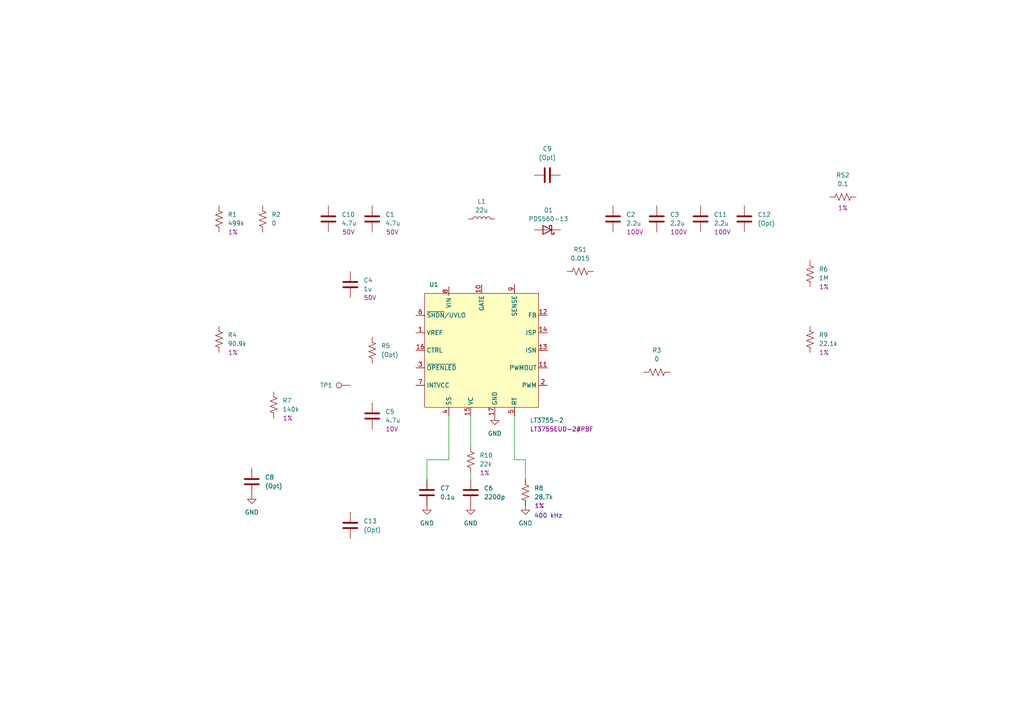
<source format=kicad_sch>
(kicad_sch (version 20230121) (generator eeschema)
  (paper "A4")
  (title_block (title "LED Driver") (date "2023-10-01") (rev "A"))
  (lib_symbols
    (symbol "Connector:TestPoint" (pin_numbers hide) (pin_names (offset 0.762) hide)
      (property "Reference" "TP" (at 0 6.858 0))
      (property "Value" "TestPoint" (at 0 5.08 0))
      (symbol "TestPoint_0_1"
        (circle (center 0 3.302) (radius 0.762))
      )
      (symbol "TestPoint_1_1"
        (pin passive line (at 0 0 90) (length 2.54) (name "1") (number "1"))
      )
    )
    (symbol "Device:C" (pin_numbers hide) (pin_names (offset 0.254))
      (property "Reference" "C" (at 0.635 2.54 0))
      (property "Value" "C" (at 0.635 -2.54 0))
      (symbol "C_0_1"
        (polyline (pts (xy -2.032 -0.762) (xy 2.032 -0.762)) (stroke (width 0.508)))
        (polyline (pts (xy -2.032 0.762) (xy 2.032 0.762)) (stroke (width 0.508)))
      )
      (symbol "C_1_1"
        (pin passive line (at 0 3.81 270) (length 2.794) (name "~") (number "1"))
        (pin passive line (at 0 -3.81 90) (length 2.794) (name "~") (number "2"))
      )
    )
    (symbol "Device:D_Schottky" (pin_numbers hide) (pin_names (offset 1.016) hide)
      (property "Reference" "D" (at 0 2.54 0))
      (property "Value" "D_Schottky" (at 0 -2.54 0))
      (symbol "D_Schottky_0_1"
        (polyline (pts (xy 1.27 0) (xy -1.27 0)))
        (polyline (pts (xy 1.27 1.27) (xy 1.27 -1.27) (xy -1.27 0) (xy 1.27 1.27)) (stroke (width 0.254)))
        (polyline (pts (xy -1.905 0.635) (xy -1.905 1.27) (xy -1.27 1.27) (xy -1.27 -1.27) (xy -0.635 -1.27) (xy -0.635 -0.635)) (stroke (width 0.254)))
      )
      (symbol "D_Schottky_1_1"
        (pin passive line (at -3.81 0 0) (length 2.54) (name "K") (number "1"))
        (pin passive line (at 3.81 0 180) (length 2.54) (name "A") (number "2"))
      )
    )
    (symbol "Device:L" (pin_numbers hide) (pin_names (offset 1.016) hide)
      (property "Reference" "L" (at -1.27 0 90))
      (property "Value" "L" (at 1.905 0 90))
      (symbol "L_0_1"
        (arc (start 0 -2.54) (mid 0.6323 -1.905) (end 0 -1.27))
        (arc (start 0 -1.27) (mid 0.6323 -0.635) (end 0 0))
        (arc (start 0 0) (mid 0.6323 0.635) (end 0 1.27))
        (arc (start 0 1.27) (mid 0.6323 1.905) (end 0 2.54))
      )
      (symbol "L_1_1"
        (pin passive line (at 0 3.81 270) (length 1.27) (name "1") (number "1"))
        (pin passive line (at 0 -3.81 90) (length 1.27) (name "2") (number "2"))
      )
    )
    (symbol "Device:R_US" (pin_numbers hide) (pin_names (offset 0))
      (property "Reference" "R" (at 2.54 0 90))
      (property "Value" "R_US" (at -2.54 0 90))
      (symbol "R_US_0_1"
        (polyline (pts (xy 0 -2.286) (xy 0 -2.54)))
        (polyline (pts (xy 0 2.286) (xy 0 2.54)))
        (polyline (pts (xy 0 -0.762) (xy 1.016 -1.143) (xy 0 -1.524) (xy -1.016 -1.905) (xy 0 -2.286)))
        (polyline (pts (xy 0 0.762) (xy 1.016 0.381) (xy 0 0) (xy -1.016 -0.381) (xy 0 -0.762)))
        (polyline (pts (xy 0 2.286) (xy 1.016 1.905) (xy 0 1.524) (xy -1.016 1.143) (xy 0 0.762)))
      )
      (symbol "R_US_1_1"
        (pin passive line (at 0 3.81 270) (length 1.27) (name "~") (number "1"))
        (pin passive line (at 0 -3.81 90) (length 1.27) (name "~") (number "2"))
      )
    )
    (symbol "power:GND" (power) (pin_names (offset 0))
      (property "Value" "GND" (at 0 -3.81 0))
      (symbol "GND_0_1"
        (polyline (pts (xy 0 0) (xy 0 -1.27) (xy 1.27 -1.27) (xy 0 -2.54) (xy -1.27 -1.27) (xy 0 -1.27)))
      )
      (symbol "GND_1_1"
        (pin power_in line (at 0 0 270) (length 0) hide (name "GND") (number "1"))
      )
    )
    (symbol "rlir_therapy:LT3755-2"
      (property "Reference" "U" (at -15.24 19.05 0))
      (property "Value" "LT3755-2" (at 19.05 -20.32 0))
      (symbol "LT3755-2_0_0"
        (pin output line (at -19.05 5.08 0) (length 2.54) (name "VREF") (number "1"))
        (pin output line (at 0 19.05 270) (length 2.54) (name "GATE") (number "10"))
        (pin output line (at 19.05 -5.08 180) (length 2.54) (name "PWMOUT") (number "11"))
        (pin input line (at 19.05 10.16 180) (length 2.54) (name "FB") (number "12"))
        (pin input line (at 19.05 0 180) (length 2.54) (name "ISN") (number "13"))
        (pin input line (at 19.05 5.08 180) (length 2.54) (name "ISP") (number "14"))
        (pin output line (at -3.175 -19.05 90) (length 2.54) (name "VC") (number "15"))
        (pin input line (at -19.05 0 0) (length 2.54) (name "CTRL") (number "16"))
        (pin passive line (at 3.81 -19.05 90) (length 2.54) (name "GND") (number "17"))
        (pin input line (at 19.05 -10.16 180) (length 2.54) (name "PWM") (number "2"))
        (pin input line (at -9.525 -19.05 90) (length 2.54) (name "SS") (number "4"))
        (pin passive line (at 9.525 -19.05 90) (length 2.54) (name "RT") (number "5"))
        (pin input line (at -19.05 10.16 0) (length 2.54) (name "~{SHDN}/UVLO") (number "6"))
        (pin passive line (at -19.05 -10.16 0) (length 2.54) (name "INTVCC") (number "7"))
        (pin power_in line (at -9.525 18.415 270) (length 2.54) (name "VIN") (number "8"))
        (pin input line (at 9.525 19.05 270) (length 2.54) (name "SENSE") (number "9"))
      )
      (symbol "LT3755-2_1_0"
        (pin input line (at -19.05 -5.08 0) (length 2.54) (name "~{OPENLED}") (number "3"))
      )
      (symbol "LT3755-2_1_1"
        (rectangle (start -16.51 16.51) (end 16.51 -16.51) (fill (type background)))
      )
    )
  )
  (wire (pts (xy 149.225 120.65) (xy 149.225 133.35)))
  (wire (pts (xy 123.825 133.35) (xy 123.825 139.065)))
  (wire (pts (xy 136.525 137.16) (xy 136.525 139.065)))
  (wire (pts (xy 152.4 133.35) (xy 152.4 139.065)))
  (wire (pts (xy 130.175 133.35) (xy 123.825 133.35)))
  (wire (pts (xy 130.175 120.65) (xy 130.175 133.35)))
  (wire (pts (xy 136.525 120.65) (xy 136.525 129.54)))
  (wire (pts (xy 149.225 133.35) (xy 152.4 133.35)))
  (text "400 kHz" (at 154.94 150.495 0) (effects (font (size 1.27 1.27)) (justify left bottom)))
  (symbol (lib_id "rlir_therapy:LT3755-2") (at 139.7 101.6 0) (unit 1)
    (property "Reference" "U1" (at 124.46 82.55 0) (effects (justify left)))
    (property "Value" "LT3755-2" (at 153.67 121.92 0) (effects (justify left)))
    (property "Footprint" "rlir_therapy:QFN-16_UD_3mmx3mm" (effects hide))
    (property "Datasheet" "https://www.analog.com/media/en/technical-documentation/data-sheets/LT3755-3755-1-3755-2.pdf" (effects hide))
    (property "manf#" "LT3755EUD-2#PBF" (at 162.941 124.46 0))
  )
  (symbol (lib_id "Device:C") (at 73.025 139.7 0) (unit 1)
    (property "Reference" "C8" (at 76.835 138.43 0) (effects (justify left)))
    (property "Value" "(Opt)" (at 76.835 140.97 0) (effects (justify left)))
  )
  (symbol (lib_id "power:GND") (at 143.51 120.65 0) (unit 1)
    (property "Reference" "#PWR04" (effects hide))
    (property "Value" "GND" (at 143.51 125.73 0))
  )
  (symbol (lib_id "Device:R_US") (at 152.4 142.875 0) (unit 1)
    (property "Reference" "R8" (at 154.94 141.605 0) (effects (justify left)))
    (property "Value" "28.7k" (at 154.94 144.145 0) (effects (justify left)))
    (property "Tolerance" "1%" (at 156.464 146.685 0))
  )
  (symbol (lib_id "power:GND") (at 152.4 146.685 0) (unit 1)
    (property "Reference" "#PWR05" (effects hide))
    (property "Value" "GND" (at 152.4 151.765 0))
  )
  (symbol (lib_id "Device:C") (at 107.95 120.65 0) (unit 1)
    (property "Reference" "C5" (at 111.76 119.38 0) (effects (justify left)))
    (property "Value" "4.7u" (at 111.76 121.92 0) (effects (justify left)))
    (property "Voltage" "10V" (at 113.665 124.46 0))
  )
  (symbol (lib_id "Device:R_US") (at 234.95 79.375 0) (unit 1)
    (property "Reference" "R6" (at 237.49 78.105 0) (effects (justify left)))
    (property "Value" "1M" (at 237.49 80.645 0) (effects (justify left)))
    (property "Tolerance" "1%" (at 239.014 83.185 0))
  )
  (symbol (lib_id "Device:C") (at 101.6 82.55 0) (unit 1)
    (property "Reference" "C4" (at 105.41 81.28 0) (effects (justify left)))
    (property "Value" "1u" (at 105.41 83.82 0) (effects (justify left)))
    (property "Voltage" "50V" (at 107.315 86.36 0))
  )
  (symbol (lib_id "Device:R_US") (at 190.5 107.95 90) (unit 1)
    (property "Reference" "R3" (at 190.5 101.6 90))
    (property "Value" "0" (at 190.5 104.14 90))
  )
  (symbol (lib_id "Device:C") (at 190.5 63.5 0) (unit 1)
    (property "Reference" "C3" (at 194.31 62.23 0) (effects (justify left)))
    (property "Value" "2.2u" (at 194.31 64.77 0) (effects (justify left)))
    (property "Voltage" "100V" (at 196.85 67.31 0))
  )
  (symbol (lib_id "power:GND") (at 73.025 143.51 0) (unit 1)
    (property "Reference" "#PWR03" (effects hide))
    (property "Value" "GND" (at 73.025 148.59 0))
  )
  (symbol (lib_id "Device:R_US") (at 168.275 78.74 90) (unit 1)
    (property "Reference" "RS1" (at 168.275 72.39 90))
    (property "Value" "0.015" (at 168.275 74.93 90))
  )
  (symbol (lib_id "Device:L") (at 139.7 63.5 90) (unit 1)
    (property "Reference" "L1" (at 139.7 58.42 90))
    (property "Value" "22u" (at 139.7 60.96 90))
  )
  (symbol (lib_id "power:GND") (at 123.825 146.685 0) (unit 1)
    (property "Reference" "#PWR02" (effects hide))
    (property "Value" "GND" (at 123.825 151.765 0))
  )
  (symbol (lib_id "Device:C") (at 95.25 63.5 0) (unit 1)
    (property "Reference" "C10" (at 99.06 62.23 0) (effects (justify left)))
    (property "Value" "4.7u" (at 99.06 64.77 0) (effects (justify left)))
    (property "Voltage" "50V" (at 101.092 67.31 0))
  )
  (symbol (lib_id "Device:R_US") (at 244.475 57.15 90) (unit 1)
    (property "Reference" "RS2" (at 244.475 50.8 90))
    (property "Value" "0.1" (at 244.475 53.34 90))
    (property "Tolerance" "1%" (at 244.475 60.325 90))
  )
  (symbol (lib_id "Device:C") (at 136.525 142.875 0) (unit 1)
    (property "Reference" "C6" (at 140.335 141.605 0) (effects (justify left)))
    (property "Value" "2200p" (at 140.335 144.145 0) (effects (justify left)))
  )
  (symbol (lib_id "Device:R_US") (at 63.5 98.425 0) (unit 1)
    (property "Reference" "R4" (at 66.04 97.155 0) (effects (justify left)))
    (property "Value" "90.9k" (at 66.04 99.695 0) (effects (justify left)))
    (property "Tolerance" "1%" (at 67.564 102.235 0))
  )
  (symbol (lib_id "Device:R_US") (at 76.2 63.5 0) (unit 1)
    (property "Reference" "R2" (at 78.74 62.23 0) (effects (justify left)))
    (property "Value" "0" (at 78.74 64.77 0) (effects (justify left)))
  )
  (symbol (lib_id "Device:D_Schottky") (at 158.75 66.675 180) (unit 1)
    (property "Reference" "D1" (at 159.0675 60.96 0))
    (property "Value" "PDS560-13" (at 159.0675 63.5 0))
  )
  (symbol (lib_id "Connector:TestPoint") (at 101.6 111.76 90) (unit 1)
    (property "Reference" "TP1" (at 94.615 111.76 90))
    (property "Value" "TestPoint" (effects hide))
    (property "Footprint" "TestPoint:TestPoint_Pad_1.5x1.5mm" (effects hide))
  )
  (symbol (lib_id "Device:C") (at 215.9 63.5 0) (unit 1)
    (property "Reference" "C12" (at 219.71 62.23 0) (effects (justify left)))
    (property "Value" "(Opt)" (at 219.71 64.77 0) (effects (justify left)))
  )
  (symbol (lib_id "power:GND") (at 136.525 146.685 0) (unit 1)
    (property "Reference" "#PWR01" (effects hide))
    (property "Value" "GND" (at 136.525 151.765 0))
  )
  (symbol (lib_id "Device:C") (at 158.75 50.8 90) (unit 1)
    (property "Reference" "C9" (at 158.75 43.18 90))
    (property "Value" "(Opt)" (at 158.75 45.72 90))
  )
  (symbol (lib_id "Device:C") (at 107.95 63.5 0) (unit 1)
    (property "Reference" "C1" (at 111.76 62.23 0) (effects (justify left)))
    (property "Value" "4.7u" (at 111.76 64.77 0) (effects (justify left)))
    (property "Voltage" "50V" (at 113.792 67.31 0))
  )
  (symbol (lib_id "Device:C") (at 123.825 142.875 0) (unit 1)
    (property "Reference" "C7" (at 127.635 141.605 0) (effects (justify left)))
    (property "Value" "0.1u" (at 127.635 144.145 0) (effects (justify left)))
  )
  (symbol (lib_id "Device:C") (at 177.8 63.5 0) (unit 1)
    (property "Reference" "C2" (at 181.61 62.23 0) (effects (justify left)))
    (property "Value" "2.2u" (at 181.61 64.77 0) (effects (justify left)))
    (property "Voltage" "100V" (at 184.15 67.31 0))
  )
  (symbol (lib_id "Device:R_US") (at 79.375 117.475 0) (unit 1)
    (property "Reference" "R7" (at 81.915 116.205 0) (effects (justify left)))
    (property "Value" "140k" (at 81.915 118.745 0) (effects (justify left)))
    (property "Tolerance" "1%" (at 83.439 121.285 0))
  )
  (symbol (lib_id "Device:R_US") (at 234.95 98.425 0) (unit 1)
    (property "Reference" "R9" (at 237.49 97.155 0) (effects (justify left)))
    (property "Value" "22.1k" (at 237.49 99.695 0) (effects (justify left)))
    (property "Tolerance" "1%" (at 239.014 102.235 0))
  )
  (symbol (lib_id "Device:R_US") (at 136.525 133.35 0) (unit 1)
    (property "Reference" "R10" (at 139.065 132.08 0) (effects (justify left)))
    (property "Value" "22k" (at 139.065 134.62 0) (effects (justify left)))
    (property "Tolerance" "1%" (at 140.589 137.16 0))
  )
  (symbol (lib_id "Device:R_US") (at 107.95 101.6 0) (unit 1)
    (property "Reference" "R5" (at 110.49 100.33 0) (effects (justify left)))
    (property "Value" "(Opt)" (at 110.49 102.87 0) (effects (justify left)))
  )
  (symbol (lib_id "Device:C") (at 203.2 63.5 0) (unit 1)
    (property "Reference" "C11" (at 207.01 62.23 0) (effects (justify left)))
    (property "Value" "2.2u" (at 207.01 64.77 0) (effects (justify left)))
    (property "Voltage" "100V" (at 209.55 67.31 0))
  )
  (symbol (lib_id "Device:C") (at 101.6 152.4 0) (unit 1)
    (property "Reference" "C13" (at 105.41 151.13 0) (effects (justify left)))
    (property "Value" "(Opt)" (at 105.41 153.67 0) (effects (justify left)))
  )
  (symbol (lib_id "Device:R_US") (at 63.5 63.5 0) (unit 1)
    (property "Reference" "R1" (at 66.04 62.23 0) (effects (justify left)))
    (property "Value" "499k" (at 66.04 64.77 0) (effects (justify left)))
    (property "Tolerance" "1%" (at 67.564 67.31 0))
  )
)
</source>
